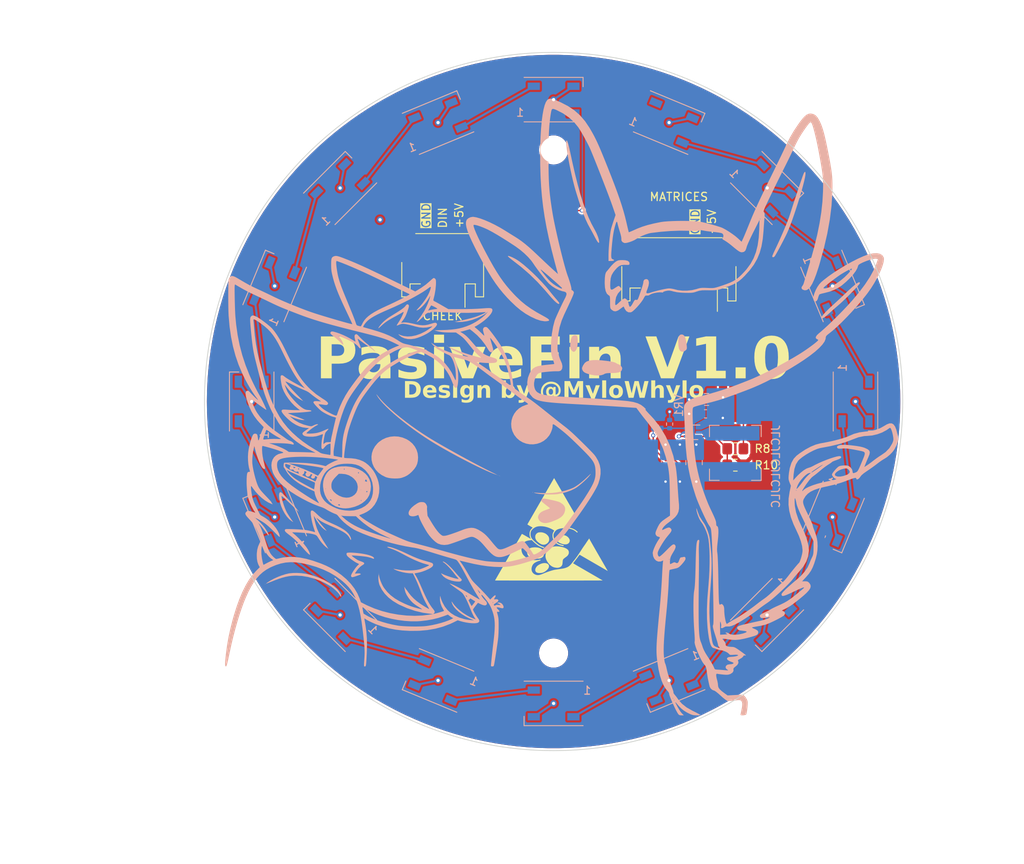
<source format=kicad_pcb>
(kicad_pcb (version 20221018) (generator pcbnew)
  (layers (0 "F.Cu" mixed) (31 "B.Cu" mixed) (34 "B.Paste" user) (35 "F.Paste" user) (36 "B.SilkS" user "B.Silkscreen") (37 "F.SilkS" user "F.Silkscreen") (38 "B.Mask" user) (39 "F.Mask" user) (44 "Edge.Cuts" user))
  (net 0 "")
  (net 1 "GND")
  (net 2 "Net-(D1-DOUT)")
  (net 3 "Ring DIN")
  (net 4 "Net-(D3-DOUT)")
  (net 5 "Net-(D5-DOUT)")
  (net 6 "Net-(D7-DOUT)")
  (net 7 "Net-(D10-DIN)")
  (net 8 "Net-(D10-DOUT)")
  (net 9 "Net-(D11-DOUT)")
  (net 10 "Net-(D13-DOUT)")
  (net 11 "Net-(D15-DOUT)")
  (net 16 "/Voltage Regulators/3V3_EN")
  (net 17 "+5V")
  (net 18 "+3.3V")
  (net 19 "Net-(D2-DOUT)")
  (net 20 "Net-(D4-DOUT)")
  (net 21 "Net-(D6-DOUT)")
  (net 22 "Net-(D8-DOUT)")
  (net 23 "Net-(D12-DOUT)")
  (net 24 "Net-(D14-DOUT)")
  (net 25 "/Voltage Regulators/3V3_FB")
  (net 26 "Net-(VR1-SW)")
  (footprint "Resistor_SMD:R_0805_2012Metric_Pad1.20x1.40mm_HandSolder" (layer "F.Cu") (at 172.339 105.664 180)
    (fp_text reference "R8" (at -2.286 0) (layer "F.SilkS") (effects (justify left)))
    (fp_text value "182k")
    (pad "1" smd roundrect (at -1 0 180) (size 1.2 1.4) (layers "F.Cu" "F.Paste" "F.Mask") (roundrect_rratio 0.2083333333) (net 17 "+5V"))
    (pad "2" smd roundrect (at 1 0 180) (size 1.2 1.4) (layers "F.Cu" "F.Paste" "F.Mask") (roundrect_rratio 0.2083333333) (net 16 "/Voltage Regulators/3V3_EN"))
  )
  (footprint "Resistor_SMD:R_0805_2012Metric_Pad1.20x1.40mm_HandSolder" (layer "F.Cu") (at 172.339 107.696)
    (fp_text reference "R10" (at 2.286 0) (layer "F.SilkS") (effects (justify left)))
    (fp_text value "30k")
    (pad "1" smd roundrect (at -1 0) (size 1.2 1.4) (layers "F.Cu" "F.Paste" "F.Mask") (roundrect_rratio 0.2083333333) (net 16 "/Voltage Regulators/3V3_EN"))
    (pad "2" smd roundrect (at 1 0) (size 1.2 1.4) (layers "F.Cu" "F.Paste" "F.Mask") (roundrect_rratio 0.2083333333) (net 1 "GND"))
  )
  (footprint "LOGO" (layer "F.Cu") (at 149.8092 115.6208)
    (fp_text reference "G***" hide)
    (fp_text value "LOGO" hide)
  )
  (footprint "Connector_JST:JST_PH_S3B-PH-SM4-TB_1x03-1MP_P2.00mm_Horizontal" (layer "F.Cu") (at 136.144 83.566 180)
    (fp_text reference "J6" hide)
    (fp_text value "S3B-PH-SM4-TB")
    (pad "1" smd roundrect (at -2 -2.85 180) (size 1 3.5) (layers "F.Cu" "F.Paste" "F.Mask") (net 17 "+5V"))
    (pad "2" smd roundrect (at 0 -2.85 180) (size 1 3.5) (layers "F.Cu" "F.Paste" "F.Mask") (net 3 "Ring DIN"))
    (pad "3" smd roundrect (at 2 -2.85 180) (size 1 3.5) (layers "F.Cu" "F.Paste" "F.Mask") (net 1 "GND"))
    (pad "MP" smd roundrect (at -4.35 2.9 180) (size 1.5 3.4) (layers "F.Cu" "F.Paste" "F.Mask") (roundrect_rratio 0.1666673333) (net 1 "GND"))
    (pad "MP" smd roundrect (at 4.35 2.9 180) (size 1.5 3.4) (layers "F.Cu" "F.Paste" "F.Mask") (roundrect_rratio 0.1666673333) (net 1 "GND"))
  )
  (footprint "Connector_JST:JST_PH_S5B-PH-SM4-TB_1x05-1MP_P2.00mm_Horizontal" (layer "F.Cu") (at 165.354 84.074 180)
    (fp_text reference "J4" hide)
    (fp_text value "S5B-PH-SM4-TB")
    (pad "1" smd roundrect (at -4 -2.85 180) (size 1 3.5) (layers "F.Cu" "F.Paste" "F.Mask") (net 17 "+5V"))
    (pad "2" smd roundrect (at -2 -2.85 180) (size 1 3.5) (layers "F.Cu" "F.Paste" "F.Mask") (net 1 "GND"))
    (pad "3" smd roundrect (at 0 -2.85 180) (size 1 3.5) (layers "F.Cu" "F.Paste" "F.Mask"))
    (pad "4" smd roundrect (at 2 -2.85 180) (size 1 3.5) (layers "F.Cu" "F.Paste" "F.Mask"))
    (pad "5" smd roundrect (at 4 -2.85 180) (size 1 3.5) (layers "F.Cu" "F.Paste" "F.Mask"))
    (pad "MP" smd roundrect (at -6.35 2.9 180) (size 1.5 3.4) (layers "F.Cu" "F.Paste" "F.Mask") (roundrect_rratio 0.1666673333) (net 1 "GND"))
    (pad "MP" smd roundrect (at 6.35 2.9 180) (size 1.5 3.4) (layers "F.Cu" "F.Paste" "F.Mask") (roundrect_rratio 0.1666673333) (net 1 "GND"))
  )
  (footprint "LED_SMD:LED_WS2812B_PLCC4_5.0x5.0mm_P3.2mm" (layer "B.Cu") (at 164.148634 65.326186 -22.5)
    (fp_text reference "D16" hide)
    (fp_text value "SKC6812RGBW-NW-B")
    (fp_text user "1" (at -4.15 1.6 157.5) (layer "B.SilkS") (effects (justify mirror)))
    (pad "1" smd rect (at -2.45 1.65 337.5) (size 1.5 0.9) (layers "B.Cu" "B.Paste" "B.Mask") (net 18 "+3.3V"))
    (pad "2" smd rect (at -2.45 -1.65 337.5) (size 1.5 0.9) (layers "B.Cu" "B.Paste" "B.Mask"))
    (pad "3" smd rect (at 2.45 -1.65 337.5) (size 1.5 0.9) (layers "B.Cu" "B.Paste" "B.Mask") (net 1 "GND"))
    (pad "4" smd rect (at 2.45 1.65 337.5) (size 1.5 0.9) (layers "B.Cu" "B.Paste" "B.Mask") (net 11 "Net-(D15-DOUT)"))
  )
  (footprint "LED_SMD:LED_WS2812B_PLCC4_5.0x5.0mm_P3.2mm" (layer "B.Cu") (at 184.355814 85.533366 -67.5)
    (fp_text reference "D14" hide)
    (fp_text value "SKC6812RGBW-NW-B")
    (fp_text user "1" (at -4.15 1.6 112.5) (layer "B.SilkS") (effects (justify mirror)))
    (pad "1" smd rect (at -2.45 1.65 292.5) (size 1.5 0.9) (layers "B.Cu" "B.Paste" "B.Mask") (net 18 "+3.3V"))
    (pad "2" smd rect (at -2.45 -1.65 292.5) (size 1.5 0.9) (layers "B.Cu" "B.Paste" "B.Mask") (net 24 "Net-(D14-DOUT)"))
    (pad "3" smd rect (at 2.45 -1.65 292.5) (size 1.5 0.9) (layers "B.Cu" "B.Paste" "B.Mask") (net 1 "GND"))
    (pad "4" smd rect (at 2.45 1.65 292.5) (size 1.5 0.9) (layers "B.Cu" "B.Paste" "B.Mask") (net 10 "Net-(D13-DOUT)"))
  )
  (footprint "LED_SMD:LED_WS2812B_PLCC4_5.0x5.0mm_P3.2mm" (layer "B.Cu") (at 123.458047 73.420047 45)
    (fp_text reference "D3" hide)
    (fp_text value "SKC6812RGBW-NW-B")
    (fp_text user "1" (at -4.15 1.6 45) (layer "B.SilkS") (effects (justify mirror)))
    (pad "1" smd rect (at -2.45 1.65 45) (size 1.5 0.9) (layers "B.Cu" "B.Paste" "B.Mask") (net 18 "+3.3V"))
    (pad "2" smd rect (at -2.45 -1.65 45) (size 1.5 0.9) (layers "B.Cu" "B.Paste" "B.Mask") (net 4 "Net-(D3-DOUT)"))
    (pad "3" smd rect (at 2.45 -1.65 45) (size 1.5 0.9) (layers "B.Cu" "B.Paste" "B.Mask") (net 1 "GND"))
    (pad "4" smd rect (at 2.45 1.65 45) (size 1.5 0.9) (layers "B.Cu" "B.Paste" "B.Mask") (net 19 "Net-(D2-DOUT)"))
  )
  (footprint "LED_SMD:LED_WS2812B_PLCC4_5.0x5.0mm_P3.2mm" (layer "B.Cu") (at 135.571366 65.326186 22.5)
    (fp_text reference "D2" hide)
    (fp_text value "SKC6812RGBW-NW-B")
    (fp_text user "1" (at -4.15 1.6 22.5) (layer "B.SilkS") (effects (justify mirror)))
    (pad "1" smd rect (at -2.45 1.65 22.5) (size 1.5 0.9) (layers "B.Cu" "B.Paste" "B.Mask") (net 18 "+3.3V"))
    (pad "2" smd rect (at -2.45 -1.65 22.5) (size 1.5 0.9) (layers "B.Cu" "B.Paste" "B.Mask") (net 19 "Net-(D2-DOUT)"))
    (pad "3" smd rect (at 2.45 -1.65 22.5) (size 1.5 0.9) (layers "B.Cu" "B.Paste" "B.Mask") (net 1 "GND"))
    (pad "4" smd rect (at 2.45 1.65 22.5) (size 1.5 0.9) (layers "B.Cu" "B.Paste" "B.Mask") (net 2 "Net-(D1-DOUT)"))
  )
  (footprint "Resistor_SMD:R_0402_1005Metric" (layer "B.Cu") (at 162.687 103.124)
    (fp_text reference "R9" hide)
    (fp_text value "45.3k")
    (pad "1" smd roundrect (at -0.51 0) (size 0.54 0.64) (layers "B.Cu" "B.Paste" "B.Mask") (net 18 "+3.3V"))
    (pad "2" smd roundrect (at 0.51 0) (size 0.54 0.64) (layers "B.Cu" "B.Paste" "B.Mask") (net 25 "/Voltage Regulators/3V3_FB"))
  )
  (footprint "LED_SMD:LED_WS2812B_PLCC4_5.0x5.0mm_P3.2mm" (layer "B.Cu") (at 176.261953 126.223953 -135)
    (fp_text reference "D11" hide)
    (fp_text value "SKC6812RGBW-NW-B")
    (fp_text user "1" (at -4.15 1.6 45) (layer "B.SilkS") (effects (justify mirror)))
    (pad "1" smd rect (at -2.45 1.65 225) (size 1.5 0.9) (layers "B.Cu" "B.Paste" "B.Mask") (net 18 "+3.3V"))
    (pad "2" smd rect (at -2.45 -1.65 225) (size 1.5 0.9) (layers "B.Cu" "B.Paste" "B.Mask") (net 9 "Net-(D11-DOUT)"))
    (pad "3" smd rect (at 2.45 -1.65 225) (size 1.5 0.9) (layers "B.Cu" "B.Paste" "B.Mask") (net 1 "GND"))
    (pad "4" smd rect (at 2.45 1.65 225) (size 1.5 0.9) (layers "B.Cu" "B.Paste" "B.Mask") (net 8 "Net-(D10-DOUT)"))
  )
  (footprint "LED_SMD:LED_WS2812B_PLCC4_5.0x5.0mm_P3.2mm" (layer "B.Cu") (at 112.522 99.822 90)
    (fp_text reference "D5" hide)
    (fp_text value "SKC6812RGBW-NW-B")
    (fp_text user "1" (at -4.15 1.6 90) (layer "B.SilkS") (effects (justify mirror)))
    (pad "1" smd rect (at -2.45 1.65 90) (size 1.5 0.9) (layers "B.Cu" "B.Paste" "B.Mask") (net 18 "+3.3V"))
    (pad "2" smd rect (at -2.45 -1.65 90) (size 1.5 0.9) (layers "B.Cu" "B.Paste" "B.Mask") (net 5 "Net-(D5-DOUT)"))
    (pad "3" smd rect (at 2.45 -1.65 90) (size 1.5 0.9) (layers "B.Cu" "B.Paste" "B.Mask") (net 1 "GND"))
    (pad "4" smd rect (at 2.45 1.65 90) (size 1.5 0.9) (layers "B.Cu" "B.Paste" "B.Mask") (net 20 "Net-(D4-DOUT)"))
  )
  (footprint "Inductor_SMD:L_Bourns-SRN6028" (layer "B.Cu") (at 172.339 106.172 -90)
    (fp_text reference "L1" hide)
    (fp_text value "SRN6045-3R3Y")
    (pad "1" smd rect (at -2.35 0 270) (size 1.6 5.7) (layers "B.Cu" "B.Paste" "B.Mask") (net 26 "Net-(VR1-SW)"))
    (pad "2" smd rect (at 2.35 0 270) (size 1.6 5.7) (layers "B.Cu" "B.Paste" "B.Mask") (net 18 "+3.3V"))
  )
  (footprint "Capacitor_SMD:C_0805_2012Metric" (layer "B.Cu") (at 168.783 99.568 180)
    (fp_text reference "C15" hide)
    (fp_text value "10uF")
    (pad "1" smd roundrect (at -0.95 0 180) (size 1 1.45) (layers "B.Cu" "B.Paste" "B.Mask") (net 17 "+5V"))
    (pad "2" smd roundrect (at 0.95 0 180) (size 1 1.45) (layers "B.Cu" "B.Paste" "B.Mask") (net 1 "GND"))
  )
  (footprint "LED_SMD:LED_WS2812B_PLCC4_5.0x5.0mm_P3.2mm" (layer "B.Cu") (at 149.86 62.484)
    (fp_text reference "D1" hide)
    (fp_text value "SKC6812RGBW-NW-B")
    (fp_text user "1" (at -4.15 1.6) (layer "B.SilkS") (effects (justify mirror)))
    (pad "1" smd rect (at -2.45 1.65) (size 1.5 0.9) (layers "B.Cu" "B.Paste" "B.Mask") (net 18 "+3.3V"))
    (pad "2" smd rect (at -2.45 -1.65) (size 1.5 0.9) (layers "B.Cu" "B.Paste" "B.Mask") (net 2 "Net-(D1-DOUT)"))
    (pad "3" smd rect (at 2.45 -1.65) (size 1.5 0.9) (layers "B.Cu" "B.Paste" "B.Mask") (net 1 "GND"))
    (pad "4" smd rect (at 2.45 1.65) (size 1.5 0.9) (layers "B.Cu" "B.Paste" "B.Mask") (net 3 "Ring DIN"))
  )
  (footprint "Capacitor_SMD:C_0805_2012Metric" (layer "B.Cu") (at 167.513 107.376 90)
    (fp_text reference "C17" hide)
    (fp_text value "22uF")
    (pad "1" smd roundrect (at -0.95 0 90) (size 1 1.45) (layers "B.Cu" "B.Paste" "B.Mask") (net 18 "+3.3V"))
    (pad "2" smd roundrect (at 0.95 0 90) (size 1 1.45) (layers "B.Cu" "B.Paste" "B.Mask") (net 1 "GND"))
  )
  (footprint "LOGO" (layer "B.Cu") (at 132.461 107.188 180)
    (fp_text reference "G***" hide)
    (fp_text value "LOGO" hide)
  )
  (footprint "MountingHole:MountingHole_3.2mm_M3_ISO14580" (layer "B.Cu") (at 149.86 130.937 180)
    (fp_text reference "H2" hide)
    (fp_text value "M3 Hole")
    (pad "" np_thru_hole circle (at 0 0 180) (size 3.2 3.2) (drill 3.2) (layers "*.Cu" "*.Mask"))
  )
  (footprint "LED_SMD:LED_WS2812B_PLCC4_5.0x5.0mm_P3.2mm" (layer "B.Cu") (at 187.198 99.822 -90)
    (fp_text reference "D13" hide)
    (fp_text value "SKC6812RGBW-NW-B")
    (fp_text user "1" (at -4.15 1.6 90) (layer "B.SilkS") (effects (justify mirror)))
    (pad "1" smd rect (at -2.45 1.65 270) (size 1.5 0.9) (layers "B.Cu" "B.Paste" "B.Mask") (net 18 "+3.3V"))
    (pad "2" smd rect (at -2.45 -1.65 270) (size 1.5 0.9) (layers "B.Cu" "B.Paste" "B.Mask") (net 10 "Net-(D13-DOUT)"))
    (pad "3" smd rect (at 2.45 -1.65 270) (size 1.5 0.9) (layers "B.Cu" "B.Paste" "B.Mask") (net 1 "GND"))
    (pad "4" smd rect (at 2.45 1.65 270) (size 1.5 0.9) (layers "B.Cu" "B.Paste" "B.Mask") (net 23 "Net-(D12-DOUT)"))
  )
  (footprint "LED_SMD:LED_WS2812B_PLCC4_5.0x5.0mm_P3.2mm" (layer "B.Cu") (at 149.86 137.16 180)
    (fp_text reference "D9" hide)
    (fp_text value "SKC6812RGBW-NW-B")
    (fp_text user "1" (at -4.15 1.6) (layer "B.SilkS") (effects (justify mirror)))
    (pad "1" smd rect (at -2.45 1.65 180) (size 1.5 0.9) (layers "B.Cu" "B.Paste" "B.Mask") (net 18 "+3.3V"))
    (pad "2" smd rect (at -2.45 -1.65 180) (size 1.5 0.9) (layers "B.Cu" "B.Paste" "B.Mask") (net 7 "Net-(D10-DIN)"))
    (pad "3" smd rect (at 2.45 -1.65 180) (size 1.5 0.9) (layers "B.Cu" "B.Paste" "B.Mask") (net 1 "GND"))
    (pad "4" smd rect (at 2.45 1.65 180) (size 1.5 0.9) (layers "B.Cu" "B.Paste" "B.Mask") (net 22 "Net-(D8-DOUT)"))
  )
  (footprint "MountingHole:MountingHole_3.2mm_M3_ISO14580" (layer "B.Cu") (at 149.86 68.707 180)
    (fp_text reference "H1" hide)
    (fp_text value "M3 Hole")
    (pad "" np_thru_hole circle (at 0 0 180) (size 3.2 3.2) (drill 3.2) (layers "*.Cu" "*.Mask"))
  )
  (footprint "LED_SMD:LED_WS2812B_PLCC4_5.0x5.0mm_P3.2mm" (layer "B.Cu") (at 184.355814 114.110634 -112.5)
    (fp_text reference "D12" hide)
    (fp_text value "SKC6812RGBW-NW-B")
    (fp_text user "1" (at -4.15 1.6 67.5) (layer "B.SilkS") (effects (justify mirror)))
    (pad "1" smd rect (at -2.45 1.65 247.5) (size 1.5 0.9) (layers "B.Cu" "B.Paste" "B.Mask") (net 18 "+3.3V"))
    (pad "2" smd rect (at -2.45 -1.65 247.5) (size 1.5 0.9) (layers "B.Cu" "B.Paste" "B.Mask") (net 23 "Net-(D12-DOUT)"))
    (pad "3" smd rect (at 2.45 -1.65 247.5) (size 1.5 0.9) (layers "B.Cu" "B.Paste" "B.Mask") (net 1 "GND"))
    (pad "4" smd rect (at 2.45 1.65 247.5) (size 1.5 0.9) (layers "B.Cu" "B.Paste" "B.Mask") (net 9 "Net-(D11-DOUT)"))
  )
  (footprint "LED_SMD:LED_WS2812B_PLCC4_5.0x5.0mm_P3.2mm" (layer "B.Cu") (at 164.148634 134.317814 -157.5)
    (fp_text reference "D10" hide)
    (fp_text value "SKC6812RGBW-NW-B")
    (fp_text user "1" (at -4.15 1.6 22.5) (layer "B.SilkS") (effects (justify mirror)))
    (pad "1" smd rect (at -2.45 1.65 202.5) (size 1.5 0.9) (layers "B.Cu" "B.Paste" "B.Mask") (net 18 "+3.3V"))
    (pad "2" smd rect (at -2.45 -1.65 202.5) (size 1.5 0.9) (layers "B.Cu" "B.Paste" "B.Mask") (net 8 "Net-(D10-DOUT)"))
    (pad "3" smd rect (at 2.45 -1.65 202.5) (size 1.5 0.9) (layers "B.Cu" "B.Paste" "B.Mask") (net 1 "GND"))
    (pad "4" smd rect (at 2.45 1.65 202.5) (size 1.5 0.9) (layers "B.Cu" "B.Paste" "B.Mask") (net 7 "Net-(D10-DIN)"))
  )
  (footprint "LED_SMD:LED_WS2812B_PLCC4_5.0x5.0mm_P3.2mm" (layer "B.Cu") (at 115.364186 85.533366 67.5)
    (fp_text reference "D4" hide)
    (fp_text value "SKC6812RGBW-NW-B")
    (fp_text user "1" (at -4.15 1.6 67.5) (layer "B.SilkS") (effects (justify mirror)))
    (pad "1" smd rect (at -2.45 1.65 67.5) (size 1.5 0.9) (layers "B.Cu" "B.Paste" "B.Mask") (net 18 "+3.3V"))
    (pad "2" smd rect (at -2.45 -1.65 67.5) (size 1.5 0.9) (layers "B.Cu" "B.Paste" "B.Mask") (net 20 "Net-(D4-DOUT)"))
    (pad "3" smd rect (at 2.45 -1.65 67.5) (size 1.5 0.9) (layers "B.Cu" "B.Paste" "B.Mask") (net 1 "GND"))
    (pad "4" smd rect (at 2.45 1.65 67.5) (size 1.5 0.9) (layers "B.Cu" "B.Paste" "B.Mask") (net 4 "Net-(D3-DOUT)"))
  )
  (footprint "Resistor_SMD:R_0402_1005Metric" (layer "B.Cu") (at 164.211 102.616 90)
    (fp_text reference "R11" hide)
    (fp_text value "10k")
    (pad "1" smd roundrect (at -0.51 0 90) (size 0.54 0.64) (layers "B.Cu" "B.Paste" "B.Mask") (net 25 "/Voltage Regulators/3V3_FB"))
    (pad "2" smd roundrect (at 0.51 0 90) (size 0.54 0.64) (layers "B.Cu" "B.Paste" "B.Mask") (net 1 "GND"))
  )
  (footprint "Capacitor_SMD:C_0805_2012Metric" (layer "B.Cu") (at 165.481 107.376 90)
    (fp_text reference "C18" hide)
    (fp_text value "22uF")
    (pad "1" smd roundrect (at -0.95 0 90) (size 1 1.45) (layers "B.Cu" "B.Paste" "B.Mask") (net 18 "+3.3V"))
    (pad "2" smd roundrect (at 0.95 0 90) (size 1 1.45) (layers "B.Cu" "B.Paste" "B.Mask") (net 1 "GND"))
  )
  (footprint "LED_SMD:LED_WS2812B_PLCC4_5.0x5.0mm_P3.2mm" (layer "B.Cu") (at 115.364186 114.110634 112.5)
    (fp_text reference "D6" hide)
    (fp_text value "SKC6812RGBW-NW-B")
    (fp_text user "1" (at -4.15 1.6 112.5) (layer "B.SilkS") (effects (justify mirror)))
    (pad "1" smd rect (at -2.45 1.65 112.5) (size 1.5 0.9) (layers "B.Cu" "B.Paste" "B.Mask") (net 18 "+3.3V"))
    (pad "2" smd rect (at -2.45 -1.65 112.5) (size 1.5 0.9) (layers "B.Cu" "B.Paste" "B.Mask") (net 21 "Net-(D6-DOUT)"))
    (pad "3" smd rect (at 2.45 -1.65 112.5) (size 1.5 0.9) (layers "B.Cu" "B.Paste" "B.Mask") (net 1 "GND"))
    (pad "4" smd rect (at 2.45 1.65 112.5) (size 1.5 0.9) (layers "B.Cu" "B.Paste" "B.Mask") (net 5 "Net-(D5-DOUT)"))
  )
  (footprint "LED_SMD:LED_WS2812B_PLCC4_5.0x5.0mm_P3.2mm" (layer "B.Cu") (at 135.571366 134.317814 157.5)
    (fp_text reference "D8" hide)
    (fp_text value "SKC6812RGBW-NW-B")
    (fp_text user "1" (at -4.15 1.6 157.5) (layer "B.SilkS") (effects (justify mirror)))
    (pad "1" smd rect (at -2.45 1.65 157.5) (size 1.5 0.9) (layers "B.Cu" "B.Paste" "B.Mask") (net 18 "+3.3V"))
    (pad "2" smd rect (at -2.45 -1.65 157.5) (size 1.5 0.9) (layers "B.Cu" "B.Paste" "B.Mask") (net 22 "Net-(D8-DOUT)"))
    (pad "3" smd rect (at 2.45 -1.65 157.5) (size 1.5 0.9) (layers "B.Cu" "B.Paste" "B.Mask") (net 1 "GND"))
    (pad "4" smd rect (at 2.45 1.65 157.5) (size 1.5 0.9) (layers "B.Cu" "B.Paste" "B.Mask") (net 6 "Net-(D7-DOUT)"))
  )
  (footprint "LED_SMD:LED_WS2812B_PLCC4_5.0x5.0mm_P3.2mm" (layer "B.Cu") (at 176.261953 73.420047 -45)
    (fp_text reference "D15" hide)
    (fp_text value "SKC6812RGBW-NW-B")
    (fp_text user "1" (at -4.15 1.6 135) (layer "B.SilkS") (effects (justify mirror)))
    (pad "1" smd rect (at -2.45 1.65 315) (size 1.5 0.9) (layers "B.Cu" "B.Paste" "B.Mask") (net 18 "+3.3V"))
    (pad "2" smd rect (at -2.45 -1.65 315) (size 1.5 0.9) (layers "B.Cu" "B.Paste" "B.Mask") (net 11 "Net-(D15-DOUT)"))
    (pad "3" smd rect (at 2.45 -1.65 315) (size 1.5 0.9) (layers "B.Cu" "B.Paste" "B.Mask") (net 1 "GND"))
    (pad "4" smd rect (at 2.45 1.65 315) (size 1.5 0.9) (layers "B.Cu" "B.Paste" "B.Mask") (net 24 "Net-(D14-DOUT)"))
  )
  (footprint "Capacitor_SMD:C_0603_1608Metric" (layer "B.Cu") (at 163.703 107.188 90)
    (fp_text reference "C19" hide)
    (fp_text value "100nF")
    (pad "1" smd roundrect (at -0.775 0 90) (size 0.9 0.95) (layers "B.Cu" "B.Paste" "B.Mask") (net 18 "+3.3V"))
    (pad "2" smd roundrect (at 0.775 0 90) (size 0.9 0.95) (layers "B.Cu" "B.Paste" "B.Mask") (net 1 "GND"))
  )
  (footprint "LED_SMD:LED_WS2812B_PLCC4_5.0x5.0mm_P3.2mm" (layer "B.Cu") (at 123.458047 126.223953 135)
    (fp_text reference "D7" hide)
    (fp_text value "SKC6812RGBW-NW-B")
    (fp_text user "1" (at -4.15 1.6 135) (layer "B.SilkS") (effects (justify mirror)))
    (pad "1" smd rect (at -2.45 1.65 135) (size 1.5 0.9) (layers "B.Cu" "B.Paste" "B.Mask") (net 18 "+3.3V"))
    (pad "2" smd rect (at -2.45 -1.65 135) (size 1.5 0.9) (layers "B.Cu" "B.Paste" "B.Mask") (net 6 "Net-(D7-DOUT)"))
    (pad "3" smd rect (at 2.45 -1.65 135) (size 1.5 0.9) (layers "B.Cu" "B.Paste" "B.Mask") (net 1 "GND"))
    (pad "4" smd rect (at 2.45 1.65 135) (size 1.5 0.9) (layers "B.Cu" "B.Paste" "B.Mask") (net 21 "Net-(D6-DOUT)"))
  )
  (footprint "Package_TO_SOT_SMD:SOT-563" (layer "B.Cu") (at 167.0558 103.632 180)
    (fp_text reference "VR1" (at 1.7018 3.302 90) (layer "B.SilkS") (effects (justify mirror)))
    (fp_text value "TPS564255")
    (pad "1" smd rect (at -0.75 0.5 180) (size 0.7 0.34) (layers "B.Cu" "B.Paste" "B.Mask") (net 17 "+5V"))
    (pad "2" smd rect (at -0.75 0 180) (size 0.7 0.34) (layers "B.Cu" "B.Paste" "B.Mask") (net 26 "Net-(VR1-SW)"))
    (pad "3" smd rect (at -0.75 -0.5 180) (size 0.7 0.34) (layers "B.Cu" "B.Paste" "B.Mask") (net 1 "GND"))
    (pad "4" smd rect (at 0.75 -0.5 180) (size 0.7 0.34) (layers "B.Cu" "B.Paste" "B.Mask"))
    (pad "5" smd rect (at 0.75 0 180) (size 0.7 0.34) (layers "B.Cu" "B.Paste" "B.Mask") (net 16 "/Voltage Regulators/3V3_EN"))
    (pad "6" smd rect (at 0.75 0.5 180) (size 0.7 0.34) (layers "B.Cu" "B.Paste" "B.Mask") (net 25 "/Voltage Regulators/3V3_FB"))
  )
  (footprint "LOGO" (layer "B.Cu") (at 165.735 100.457 180)
    (fp_text reference "G***" hide)
    (fp_text value "LOGO" hide)
  )
  (footprint "Capacitor_SMD:C_0603_1608Metric" (layer "B.Cu") (at 168.656 101.346 180)
    (fp_text reference "C16" hide)
    (fp_text value "100nF")
    (pad "1" smd roundrect (at -0.775 0 180) (size 0.9 0.95) (layers "B.Cu" "B.Paste" "B.Mask") (net 17 "+5V"))
    (pad "2" smd roundrect (at 0.775 0 180) (size 0.9 0.95) (layers "B.Cu" "B.Paste" "B.Mask") (net 1 "GND"))
  )
  (gr_circle (center 149.86 99.822) (end 193.04 99.822) (stroke (width 0.1016)) (fill none) (layer "Edge.Cuts"))
  (gr_text "JLCJLCJLCJLC" (at 177.927 102.616 90) (layer "B.SilkS") (effects (font (size 1 1)) (justify left bottom mirror)))
  (gr_text "CHEEK" (at 136.144 88.646) (layer "F.SilkS") (effects (font (size 1.016 1.016) (thickness 0.1524)) (justify top)))
  (gr_text "GND" (at 167.386 79.248 90) (layer "F.SilkS" knockout) (effects (font (size 1.016 1.016) (thickness 0.1524)) (justify left)))
  (gr_text "Design by @MyloWhylo" (at 149.86 97.3328) (layer "F.SilkS") (effects (font (size 2.032 2.032) (thickness 0.254) bold) (justify top)))
  (gr_text "MATRICES" (at 165.354 73.914) (layer "F.SilkS") (effects (font (size 1.016 1.016) (thickness 0.1524)) (justify top)))
  (gr_text "+5V" (at 169.418 79.248 90) (layer "F.SilkS") (effects (font (size 1.016 1.016) (thickness 0.1524)) (justify left)))
  (gr_text "PasiveFin V1.0" (at 149.86 91.8718) (layer "F.SilkS") (effects (font (size 5.08 5.08) (thickness 0.3048) bold) (justify top)))
  (gr_text "GND" (at 134.112 78.486 90) (layer "F.SilkS" knockout) (effects (font (size 1.016 1.016) (thickness 0.1524)) (justify left)))
  (gr_text "DIN" (at 136.144 78.486 90) (layer "F.SilkS") (effects (font (size 1.016 1.016) (thickness 0.1524)) (justify left)))
  (gr_text "+5V" (at 138.176 78.486 90) (layer "F.SilkS") (effects (font (size 1.016 1.016) (thickness 0.1524)) (justify left)))
  (via (at 135.571366 134.317814) (size 0.8128) (drill 0.4064) (layers "F.Cu" "B.Cu") (net 1))
  (via (at 123.458047 126.223953) (size 0.8128) (drill 0.4064) (layers "F.Cu" "B.Cu") (net 1))
  (via (at 184.355814 114.110634) (size 0.8128) (drill 0.4064) (layers "F.Cu" "B.Cu") (net 1))
  (via (at 123.458047 73.420047) (size 0.8128) (drill 0.4064) (layers "F.Cu" "B.Cu") (net 1))
  (via (at 176.261953 126.223953) (size 0.8128) (drill 0.4064) (layers "F.Cu" "B.Cu") (net 1))
  (via (at 187.198 99.822) (size 0.8128) (drill 0.4064) (layers "F.Cu" "B.Cu") (net 1))
  (via (at 115.364186 85.533366) (size 0.8128) (drill 0.4064) (layers "F.Cu" "B.Cu") (net 1))
  (via (at 167.513 105.156) (size 0.5) (drill 0.3) (layers "F.Cu" "B.Cu") (net 1))
  (via (at 184.355814 85.533366) (size 0.8128) (drill 0.4064) (layers "F.Cu" "B.Cu") (net 1))
  (via (at 164.148634 65.326186) (size 0.8128) (drill 0.4064) (layers "F.Cu" "B.Cu") (net 1))
  (via (at 135.571366 65.326186) (size 0.8128) (drill 0.4064) (layers "F.Cu" "B.Cu") (net 1))
  (via (at 112.522 99.822) (size 0.8128) (drill 0.4064) (layers "F.Cu" "B.Cu") (net 1))
  (via (at 128.397 77.343) (size 0.8128) (drill 0.4064) (layers "F.Cu" "B.Cu") (net 1))
  (via (at 176.276 73.406) (size 0.8128) (drill 0.4064) (layers "F.Cu" "B.Cu") (net 1))
  (via (at 164.211 101.092) (size 0.5) (drill 0.3) (layers "F.Cu" "B.Cu") (net 1))
  (via (at 166.624 101.346) (size 0.5) (drill 0.3) (layers "F.Cu" "B.Cu") (net 1))
  (via (at 149.86 62.484) (size 0.8128) (drill 0.4064) (layers "F.Cu" "B.Cu") (net 1))
  (via (at 163.703 105.156) (size 0.5) (drill 0.3) (layers "F.Cu" "B.Cu") (net 1))
  (via (at 115.364186 114.110634) (size 0.8128) (drill 0.4064) (layers "F.Cu" "B.Cu") (net 1))
  (via (at 164.148634 134.317814) (size 0.8128) (drill 0.4064) (layers "F.Cu" "B.Cu") (net 1))
  (via (at 149.86 137.16) (size 0.8128) (drill 0.4064) (layers "F.Cu" "B.Cu") (net 1))
  (via (at 166.624 99.568) (size 0.5) (drill 0.3) (layers "F.Cu" "B.Cu") (net 1))
  (via (at 165.481 105.156) (size 0.5) (drill 0.3) (layers "F.Cu" "B.Cu") (net 1))
  (segment (start 164.148634 65.326186) (end 167.043567 64.739359) (width 0.254) (layer "B.Cu") (net 1))
  (segment (start 187.198 99.822) (end 188.848 102.272) (width 0.254) (layer "B.Cu") (net 1))
  (segment (start 135.571366 134.317814) (end 132.676433 134.904641) (width 0.254) (layer "B.Cu") (net 1))
  (segment (start 115.364186 114.110634) (end 112.90221 112.478557) (width 0.254) (layer "B.Cu") (net 1))
  (segment (start 115.364186 85.533366) (end 114.777359 82.638433) (width 0.254) (layer "B.Cu") (net 1))
  (segment (start 112.522 99.822) (end 110.872 97.372) (width 0.254) (layer "B.Cu") (net 1))
  (segment (start 184.355814 114.110634) (end 184.942641 117.005567) (width 0.254) (layer "B.Cu") (net 1))
  (segment (start 164.148634 134.317814) (end 162.516557 136.77979) (width 0.254) (layer "B.Cu") (net 1))
  (segment (start 164.211 102.106) (end 164.211 101.092) (width 0.1778) (layer "B.Cu") (net 1))
  (segment (start 135.571366 65.326186) (end 137.203443 62.86421) (width 0.254) (layer "B.Cu") (net 1))
  (segment (start 123.458047 73.420047) (end 124.023732 70.520909) (width 0.254) (layer "B.Cu") (net 1))
  (segment (start 176.261953 73.420047) (end 179.161091 73.985732) (width 0.254) (layer "B.Cu") (net 1))
  (segment (start 149.86 137.16) (end 147.41 138.81) (width 0.254) (layer "B.Cu") (net 1))
  (segment (start 149.86 62.484) (end 152.31 60.834) (width 0.254) (layer "B.Cu") (net 1))
  (segment (start 176.261953 126.223953) (end 175.696268 129.123091) (width 0.254) (layer "B.Cu") (net 1))
  (segment (start 123.458047 126.223953) (end 120.558909 125.658268) (width 0.254) (layer "B.Cu") (net 1))
  (segment (start 184.355814 85.533366) (end 186.81779 87.165443) (width 0.254) (layer "B.Cu") (net 1))
  (segment (start 147.41 60.834) (end 138.466299 65.913013) (width 0.254) (layer "B.Cu") (net 2))
  (segment (start 136.144 78.706) (end 136.144 86.416) (width 0.1778) (layer "F.Cu") (net 3))
  (segment (start 138.65 76.2) (end 136.144 78.706) (width 0.1778) (layer "F.Cu") (net 3))
  (segment (start 153.3652 76.2) (end 138.65 76.2) (width 0.1778) (layer "F.Cu") (net 3))
  (via (at 153.3652 76.2) (size 0.5) (drill 0.3) (layers "F.Cu" "B.Cu") (net 3))
  (segment (start 153.416 65.24) (end 152.31 64.134) (width 0.127) (layer "B.Cu") (net 3))
  (segment (start 153.3652 76.2) (end 153.416 76.1492) (width 0.127) (layer "B.Cu") (net 3))
  (segment (start 153.416 76.1492) (end 153.416 65.24) (width 0.127) (layer "B.Cu") (net 3))
  (segment (start 120.558909 73.985732) (end 117.826162 83.901288) (width 0.254) (layer "B.Cu") (net 4))
  (segment (start 110.872 102.272) (end 115.951013 111.215701) (width 0.254) (layer "B.Cu") (net 5))
  (segment (start 124.023732 129.123091) (end 133.939288 131.855838) (width 0.254) (layer "B.Cu") (net 6))
  (segment (start 152.31 138.81) (end 161.253701 133.730987) (width 0.254) (layer "B.Cu") (net 7))
  (segment (start 167.043567 134.904641) (end 173.362815 126.789639) (width 0.254) (layer "B.Cu") (net 8))
  (segment (start 179.161091 125.658268) (end 181.893838 115.742712) (width 0.254) (layer "B.Cu") (net 9))
  (segment (start 188.848 97.372) (end 183.768987 88.428299) (width 0.254) (layer "B.Cu") (net 10))
  (segment (start 175.696268 70.520909) (end 165.780712 67.788162) (width 0.254) (layer "B.Cu") (net 11))
  (segment (start 171.339 105.664) (end 171.339 107.696) (width 0.1778) (layer "F.Cu") (net 16))
  (segment (start 169.815 104.14) (end 171.339 105.664) (width 0.1778) (layer "F.Cu") (net 16))
  (segment (start 165.354 104.14) (end 169.815 104.14) (width 0.1778) (layer "F.Cu") (net 16))
  (via (at 165.354 104.14) (size 0.5) (drill 0.3) (layers "F.Cu" "B.Cu") (net 16))
  (segment (start 165.354 104.14) (end 165.862 103.632) (width 0.1905) (layer "B.Cu") (net 16))
  (segment (start 165.862 103.632) (end 166.3058 103.632) (width 0.1905) (layer "B.Cu") (net 16))
  (segment (start 173.339 101.87) (end 173.355 101.854) (width 0.1778) (layer "F.Cu") (net 17))
  (segment (start 170.815 94.2086) (end 170.815 99.314) (width 1.016) (layer "F.Cu") (net 17))
  (segment (start 140.1572 91.3384) (end 167.9448 91.3384) (width 1.016) (layer "F.Cu") (net 17))
  (segment (start 173.355 101.854) (end 173.339 101.838) (width 0.1778) (layer "F.Cu") (net 17))
  (segment (start 138.144 86.416) (end 138.144 89.3252) (width 1.016) (layer "F.Cu") (net 17))
  (segment (start 173.339 105.664) (end 173.339 101.87) (width 0.1778) (layer "F.Cu") (net 17))
  (segment (start 138.144 89.3252) (end 140.1572 91.3384) (width 1.016) (layer "F.Cu") (net 17))
  (segment (start 167.9448 91.3384) (end 170.815 94.2086) (width 1.016) (layer "F.Cu") (net 17))
  (segment (start 167.9448 91.3384) (end 169.354 89.9292) (width 1.016) (layer "F.Cu") (net 17))
  (segment (start 169.354 89.9292) (end 169.354 86.924) (width 1.016) (layer "F.Cu") (net 17))
  (via (at 170.815 99.314) (size 0.5) (drill 0.3) (layers "F.Cu" "B.Cu") (net 17))
  (via (at 170.7896 101.854) (size 0.5) (drill 0.3) (layers "F.Cu" "B.Cu") (net 17))
  (segment (start 163.7284 107.1372) (end 164.9222 107.1372) (width 0.1778) (layer "F.Cu") (net 18))
  (segment (start 164.9222 107.1372) (end 167.513 109.728) (width 0.1778) (layer "F.Cu") (net 18))
  (segment (start 162.179 104.013) (end 162.179 105.5878) (width 0.1778) (layer "F.Cu") (net 18))
  (segment (start 162.179 105.5878) (end 163.7284 107.1372) (width 0.1778) (layer "F.Cu") (net 18))
  (via (at 162.179 104.013) (size 0.5) (drill 0.3) (layers "F.Cu" "B.Cu") (net 18))
  (via (at 163.703 109.728) (size 0.5) (drill 0.3) (layers "F.Cu" "B.Cu") (net 18))
  (via (at 167.513 109.728) (size 0.5) (drill 0.3) (layers "F.Cu" "B.Cu") (net 18))
  (via (at 165.481 109.728) (size 0.5) (drill 0.3) (layers "F.Cu" "B.Cu") (net 18))
  (segment (start 162.177 103.124) (end 162.177 104.011) (width 0.127) (layer "B.Cu") (net 18))
  (segment (start 162.177 104.011) (end 162.179 104.013) (width 0.1778) (layer "B.Cu") (net 18))
  (segment (start 132.676433 64.739359) (end 126.357185 72.854361) (width 0.254) (layer "B.Cu") (net 19))
  (segment (start 112.90221 87.165443) (end 114.172 97.371999) (width 0.254) (layer "B.Cu") (net 20))
  (segment (start 114.777359 117.005567) (end 122.892361 123.324815) (width 0.254) (layer "B.Cu") (net 21))
  (segment (start 137.203443 136.77979) (end 147.409999 135.51) (width 0.254) (layer "B.Cu") (net 22))
  (segment (start 186.81779 112.478557) (end 185.548 102.272001) (width 0.254) (layer "B.Cu") (net 23))
  (segment (start 184.942641 82.638433) (end 176.827639 76.319185) (width 0.254) (layer "B.Cu") (net 24))
  (segment (start 163.205 103.132) (end 166.3058 103.132) (width 0.1778) (layer "B.Cu") (net 25))
  (zone (net 1) (net_name "GND") (layer "F.Cu") (connect_pads (clearance 0.254)) (min_thickness 0.254) (fill yes (thermal_gap 0.508) (thermal_bridge_width 0.508))
    (polygon (pts (xy 196.854971 99.822) (xy 196.836648 98.509823) (xy 196.781695 97.19867) (xy 196.690153 95.889562) (xy 196.562095 94.583521) (xy 196.397619 93.281564) (xy 196.196855 91.984708) (xy 195.959959 90.693962) (xy 195.687116 89.410335) (xy 195.378538 88.134826) (xy 195.034466 86.86843) (xy 194.655168 85.612136) (xy 194.24094 84.366921) (xy 193.792106 83.133759) (xy 193.309014 81.913609) (xy 192.792042 80.707423) (xy 192.241593 79.516143) (xy 191.658097 78.340696) (xy 191.042007 77.182) (xy 190.393805 76.040958) (xy 189.713996 74.91846) (xy 189.00311 73.81538) (xy 188.261701 72.73258) (xy 187.490348 71.670903) (xy 186.689651 70.631178) (xy 185.860236 69.614215) (xy 185.00275 68.620807) (xy 184.11786 67.651729) (xy 183.206256 66.707736) (xy 182.26865 65.789564) (xy 181.305773 64.89793) (xy 180.318376 64.033529) (xy 179.307228 63.197035) (xy 178.273118 62.3891) (xy 177.216852 61.610353) (xy 176.139254 60.861403) (xy 175.041165 60.142834) (xy 173.92344 59.455205) (xy 172.786951 58.799052) (xy 171.632584 58.174888) (xy 170.461239 57.5832) (xy 169.273831 57.024448) (xy 168.071284 56.499068) (xy 166.854536 56.00747) (xy 165.624537 55.550037) (xy 164.382245 55.127127) (xy 163.128629 54.739068) (xy 161.864666 54.386163) (xy 160.591343 54.068688) (xy 159.309651 53.78689) (xy 158.020591 53.540988) (xy 156.725168 53.331175) (xy 155.424391 53.157615) (xy 154.119275 53.020442) (xy 152.810839 52.919763) (xy 151.500101 52.855657) (xy 150.188084 52.828174) (xy 148.875812 52.837336) (xy 147.564306 52.883135) (xy 146.254591 52.965535) (xy 144.947688 53.084472) (xy 143.644615 53.239854) (xy 142.346388 53.43156) (xy 141.054021 53.659439) (xy 139.76852 53.923315) (xy 138.490888 54.22298) (xy 137.222121 54.558203) (xy 135.963209 54.928721) (xy 134.715133 55.334245) (xy 133.478867 55.77446) (xy 132.255374 56.249022) (xy 131.045609 56.75756) (xy 129.850515 57.299679) (xy 128.671023 57.874955) (xy 127.508054 58.482941) (xy 126.362515 59.123161) (xy 125.235298 59.795117) (xy 124.127282 60.498285) (xy 123.039332 61.232117) (xy 121.972297 61.996039) (xy 120.927007 62.789457) (xy 119.904278 63.611753) (xy 118.904908 64.462283) (xy 117.929676 65.340386) (xy 116.979342 66.245377) (xy 116.054647 67.17655) (xy 115.156313 68.133179) (xy 114.285039 69.114518) (xy 113.441506 70.119801) (xy 112.626371 71.148246) (xy 111.84027 72.199049) (xy 111.083815 73.271392) (xy 110.357597 74.364438) (xy 109.662181 75.477336) (xy 108.998111 76.609216) (xy 108.365903 77.759198) (xy 107.766052 78.926383) (xy 107.199024 80.109862) (xy 106.665261 81.308711) (xy 106.165181 82.521997) (xy 105.699173 83.748773) (xy 105.267599 84.988083) (xy 104.870798 86.238959) (xy 104.509078 87.500427) (xy 104.182721 88.771503) (xy 103.891982 90.051196) (xy 103.637087 91.338508) (xy 103.418236 92.632435) (xy 103.235598 93.931968) (xy 103.089317 95.236094) (xy 102.979506 96.543797) (xy 102.906252 97.854055) (xy 102.86961 99.165848) (xy 102.86961 100.478152) (xy 102.906252 101.789945) (xy 102.979506 103.100203) (xy 103.089317 104.407906) (xy 103.235598 105.712032) (xy 103.418236 107.011565) (xy 103.637087 108.305492) (xy 103.891982 109.592804) (xy 104.182721 110.872497) (xy 104.509078 112.143573) (xy 104.870798 113.405041) (xy 105.267599 114.655917) (xy 105.699173 115.895227) (xy 106.165181 117.122003) (xy 106.665261 118.335289) (xy 107.199024 119.534138) (xy 107.766052 120.717617) (xy 108.365903 121.884802) (xy 108.998111 123.034784) (xy 109.662181 124.166664) (xy 110.357597 125.279562) (xy 111.083815 126.372608) (xy 111.84027 127.444951) (xy 112.626371 128.495754) (xy 113.441506 129.524199) (xy 114.285039 130.529482) (xy 115.156313 131.510821) (xy 116.054647 132.46745) (xy 116.979342 133.398623) (xy 117.929676 134.303614) (xy 118.904908 135.181717) (xy 119.904278 136.032247) (xy 120.927007 136.854543) (xy 121.972297 137.647961) (xy 123.039332 138.411883) (xy 124.127282 139.145715) (xy 125.235298 139.848883) (xy 126.362514 140.520839) (xy 127.508054 141.161059) (xy 128.671023 141.769045) (xy 129.850515 142.344321) (xy 131.045609 142.88644) (xy 132.255374 143.394978) (xy 133.478867 143.86954) (xy 134.715133 144.309755) (xy 135.963209 144.715279) (xy 137.222121 145.085797) (xy 138.490888 145.42102) (xy 139.76852 145.720685) (xy 141.054021 145.984561) (xy 142.346388 146.21244) (xy 143.644615 146.404146) (xy 144.947688 146.559528) (xy 146.254591 146.678465) (xy 147.564306 146.760865) (xy 148.875812 146.806664) (xy 150.188084 146.815826) (xy 151.500101 146.788343) (xy 152.810839 146.724237) (xy 154.119275 146.623558) (xy 155.424391 146.486385) (xy 156.725168 146.312825) (xy 158.020591 146.103012) (xy 159.309651 145.85711) (xy 160.591343 145.575312) (xy 161.864666 145.257837) (xy 163.128629 144.904932) (xy 164.382245 144.516873) (xy 165.624537 144.093963) (xy 166.854536 143.63653) (xy 168.071284 143.144932) (xy 169.273831 142.619552) (xy 170.461239 142.0608) (xy 171.632584 141.469112) (xy 172.786951 140.844948) (xy 173.92344 140.188795) (xy 175.041165 139.501166) (xy 176.139254 138.782597) (xy 177.216852 138.033647) (xy 178.273118 137.2549) (xy 179.307228 136.446965) (xy 180.318376 135.610471) (xy 181.305773 134.74607) (xy 182.26865 133.854436) (xy 183.206256 132.936264) (xy 184.11786 131.992271) (xy 185.00275 131.023193) (xy 185.860236 130.029785) (xy 186.689651 129.012822) (xy 187.490348 127.973097) (xy 188.261701 126.91142) (xy 189.00311 125.82862) (xy 189.713996 124.72554) (xy 190.393805 123.603042) (xy 191.042007 122.462) (xy 191.658097 121.303304) (xy 192.241593 120.127857) (xy 192.792042 118.936577) (xy 193.309014 117.730391) (xy 193.792106 116.510241) (xy 194.24094 115.277079) (xy 194.655168 114.031864) (xy 195.034466 112.77557) (xy 195.378538 111.509174) (xy 195.687116 110.233665) (xy 195.959959 108.950038) (xy 196.196855 107.659292) (xy 196.397619 106.362436) (xy 196.562095 105.060479) (xy 196.690153 103.754438) (xy 196.781695 102.44533) (xy 196.836648 101.134177)))
  )
  (zone (net 17) (net_name "+5V") (layer "F.Cu") (priority 6) (connect_pads (clearance 0.127)) (min_thickness 0.254) (fill yes (thermal_gap 0.5) (thermal_bridge_width 0.5))
    (polygon (pts (xy 170.307 98.933) (xy 170.307 102.362) (xy 173.863 102.362) (xy 173.863 98.933)))
  )
  (zone (net 0) (net_name "") (layer "B.Cu") (connect_pads thru_hole_only (clearance 0)) (min_thickness 0.254)
    (keepout (tracks allowed) (vias allowed) (pads allowed) (copperpour not_allowed) (footprints allowed))
    (fill (thermal_gap 0.508) (thermal_bridge_width 0.508))
    (polygon (pts (xy 161.544 102.235) (xy 166.243 102.235) (xy 166.243 104.521) (xy 161.544 104.521)))
  )
  (zone (net 1) (net_name "GND") (layer "B.Cu") (priority 4) (connect_pads yes (clearance 0.127)) (min_thickness 0.25) (fill yes (thermal_gap 0.5) (thermal_bridge_width 0.5))
    (polygon (pts (xy 168.1988 103.765) (xy 168.4598 104.392) (xy 168.4598 104.521) (xy 168.4598 107.061) (xy 163.0278 107.0826) (xy 163.0278 104.521) (xy 166.5478 104.521) (xy 166.5478 102.87) (xy 166.2938 102.87) (xy 166.2938 98.806) (xy 168.7068 98.806) (xy 168.7068 102.616) (xy 167.4368 102.614) (xy 167.4368 103.765)))
  )
  (zone (net 0) (net_name "") (layer "B.Cu") (name "No Inductory Stuff") (connect_pads thru_hole_only (clearance 0)) (min_thickness 0.254)
    (keepout (tracks allowed) (vias allowed) (pads allowed) (copperpour not_allowed) (footprints allowed))
    (fill (thermal_gap 0.508) (thermal_bridge_width 0.508))
    (polygon (pts (xy 168.529 109.728) (xy 175.514 109.728) (xy 175.514 107.315) (xy 168.529 107.315) (xy 168.529 104.775) (xy 175.514 104.775) (xy 175.514 102.235) (xy 176.911 102.235) (xy 176.911 110.744) (xy 168.529 110.744)))
  )
  (zone (net 17) (net_name "+5V") (layer "B.Cu") (priority 4) (connect_pads yes (clearance 0.127)) (min_thickness 0.25) (fill yes (thermal_gap 0.5) (thermal_bridge_width 0.5))
    (polygon (pts (xy 167.4368 103.384) (xy 168.402 103.384) (xy 169.672 102.87) (xy 172.212 102.87) (xy 172.212 98.171) (xy 168.783 98.171) (xy 168.783 99.822) (xy 168.783 101.854) (xy 167.4368 102.614)))
  )
  (zone (net 18) (net_name "+3.3V") (layer "B.Cu") (connect_pads thru_hole_only (clearance 0.254)) (min_thickness 0.254) (fill yes (thermal_gap 0.508) (thermal_bridge_width 0.508))
    (polygon (pts (xy 203.822 50.3172) (xy 208.0384 157.048) (xy 87.6932 150.2408) (xy 81.394 50.1648)))
  )
  (zone (net 26) (net_name "Net-(VR1-SW)") (layer "B.Cu") (priority 5) (connect_pads yes (clearance 0.127)) (min_thickness 0.25) (fill yes (thermal_gap 0.5) (thermal_bridge_width 0.5))
    (polygon (pts (xy 167.4368 103.384) (xy 168.275 103.384) (xy 169.418 102.87) (xy 175.3218 102.87) (xy 175.3218 104.646) (xy 168.783 104.646) (xy 168.1988 103.765) (xy 167.4368 103.765)))
  )
)
</source>
